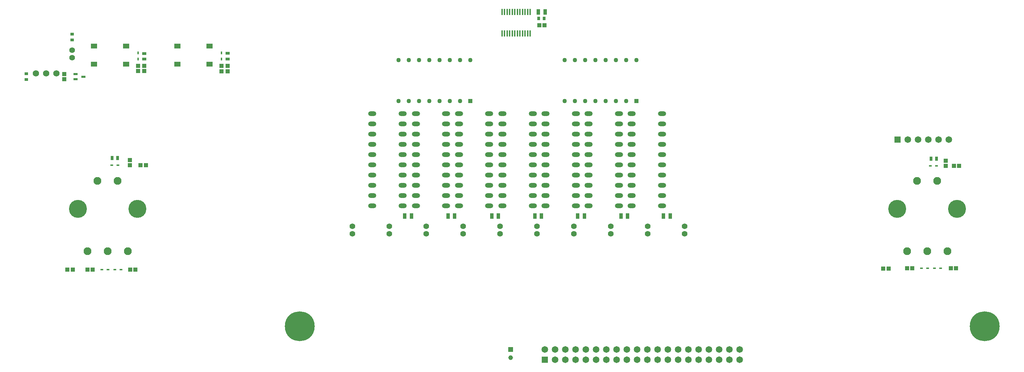
<source format=gbr>
%TF.GenerationSoftware,KiCad,Pcbnew,8.0.8*%
%TF.CreationDate,2025-05-17T22:16:50-04:00*%
%TF.ProjectId,control board,636f6e74-726f-46c2-9062-6f6172642e6b,rev?*%
%TF.SameCoordinates,Original*%
%TF.FileFunction,Soldermask,Bot*%
%TF.FilePolarity,Negative*%
%FSLAX46Y46*%
G04 Gerber Fmt 4.6, Leading zero omitted, Abs format (unit mm)*
G04 Created by KiCad (PCBNEW 8.0.8) date 2025-05-17 22:16:50*
%MOMM*%
%LPD*%
G01*
G04 APERTURE LIST*
%ADD10R,0.900000X0.650000*%
%ADD11R,1.000000X0.500000*%
%ADD12C,1.416000*%
%ADD13C,4.100000*%
%ADD14C,7.400000*%
%ADD15R,1.650000X1.650000*%
%ADD16C,1.650000*%
%ADD17R,1.150000X1.150000*%
%ADD18C,1.150000*%
%ADD19R,1.100000X1.000000*%
%ADD20R,1.000000X1.100000*%
%ADD21R,0.420000X0.640000*%
%ADD22O,2.000000X1.200000*%
%ADD23R,0.970000X1.470000*%
%ADD24R,1.100000X1.100000*%
%ADD25C,1.100000*%
%ADD26C,1.950000*%
%ADD27C,4.460000*%
%ADD28R,0.640000X0.420000*%
%ADD29R,0.435000X1.500000*%
%ADD30R,0.980000X0.780000*%
%ADD31R,1.550000X1.300000*%
%ADD32R,0.940000X0.750000*%
%ADD33C,1.560000*%
%ADD34R,0.750000X0.940000*%
%ADD35R,0.780000X0.980000*%
G04 APERTURE END LIST*
D10*
%TO.C,R17*%
X321462800Y-210335400D03*
X321462800Y-211785400D03*
%TD*%
D11*
%TO.C,Q1*%
X322291600Y-221528600D03*
X322291600Y-220228600D03*
X324291600Y-220878600D03*
%TD*%
D12*
%TO.C,LED12*%
X321437400Y-216179600D03*
X321437400Y-214350800D03*
%TD*%
D13*
%TO.C,H6*%
X547497400Y-282816500D03*
D14*
X547497400Y-282816500D03*
%TD*%
D13*
%TO.C,H5*%
X377825400Y-282841900D03*
D14*
X377825400Y-282841900D03*
%TD*%
D15*
%TO.C,J10*%
X438531400Y-291129400D03*
D16*
X438531400Y-288589400D03*
X441071400Y-291129400D03*
X441071400Y-288589400D03*
X443611400Y-291129400D03*
X443611400Y-288589400D03*
X446151400Y-291129400D03*
X446151400Y-288589400D03*
X448691400Y-291129400D03*
X448691400Y-288589400D03*
X451231400Y-291129400D03*
X451231400Y-288589400D03*
X453771400Y-291129400D03*
X453771400Y-288589400D03*
X456311400Y-291129400D03*
X456311400Y-288589400D03*
X458851400Y-291129400D03*
X458851400Y-288589400D03*
X461391400Y-291129400D03*
X461391400Y-288589400D03*
X463931400Y-291129400D03*
X463931400Y-288589400D03*
X466471400Y-291129400D03*
X466471400Y-288589400D03*
X469011400Y-291129400D03*
X469011400Y-288589400D03*
X471551400Y-291129400D03*
X471551400Y-288589400D03*
X474091400Y-291129400D03*
X474091400Y-288589400D03*
X476631400Y-291129400D03*
X476631400Y-288589400D03*
X479171400Y-291129400D03*
X479171400Y-288589400D03*
X481711400Y-291129400D03*
X481711400Y-288589400D03*
X484251400Y-291129400D03*
X484251400Y-288589400D03*
X486791400Y-291129400D03*
X486791400Y-288589400D03*
%TD*%
D15*
%TO.C,J2*%
X525951400Y-236512300D03*
D16*
X528491400Y-236512300D03*
X531031400Y-236512300D03*
X533571400Y-236512300D03*
X536111400Y-236512300D03*
X538651400Y-236512300D03*
%TD*%
D17*
%TO.C,C1*%
X430078000Y-288556900D03*
D18*
X430078000Y-290556900D03*
%TD*%
D19*
%TO.C,R122*%
X321613400Y-268774800D03*
X320313400Y-268774800D03*
%TD*%
D12*
%TO.C,LED3*%
X409169000Y-258013400D03*
X409169000Y-259842200D03*
%TD*%
D20*
%TO.C,R6*%
X339357200Y-218170600D03*
X339357200Y-219470600D03*
%TD*%
D21*
%TO.C,D2*%
X337833200Y-216522600D03*
X337833200Y-215022600D03*
%TD*%
D22*
%TO.C,U8*%
X428065000Y-252958800D03*
X428065000Y-250418800D03*
X428065000Y-247878800D03*
X428065000Y-245338800D03*
X428065000Y-242798800D03*
X428065000Y-240258800D03*
X428065000Y-237718800D03*
X428065000Y-235178800D03*
X428065000Y-232638800D03*
X428065000Y-230098800D03*
X435585000Y-230098800D03*
X435585000Y-232638800D03*
X435585000Y-235178800D03*
X435585000Y-237718800D03*
X435585000Y-240258800D03*
X435585000Y-242798800D03*
X435585000Y-245338800D03*
X435585000Y-247878800D03*
X435585000Y-250418800D03*
X435585000Y-252958800D03*
%TD*%
D23*
%TO.C,C37*%
X427076000Y-255498800D03*
X425416000Y-255498800D03*
%TD*%
D24*
%TO.C,DS2*%
X461239000Y-226923800D03*
D25*
X458699000Y-226923800D03*
X456159000Y-226923800D03*
X453619000Y-226923800D03*
X451079000Y-226923800D03*
X448539000Y-226923800D03*
X445999000Y-226923800D03*
X443459000Y-226923800D03*
X443459000Y-216763800D03*
X445999000Y-216763800D03*
X448539000Y-216763800D03*
X451079000Y-216763800D03*
X453619000Y-216763800D03*
X456159000Y-216763800D03*
X458699000Y-216763800D03*
X461239000Y-216763800D03*
%TD*%
D24*
%TO.C,DS1*%
X420091000Y-226923800D03*
D25*
X417551000Y-226923800D03*
X415011000Y-226923800D03*
X412471000Y-226923800D03*
X409931000Y-226923800D03*
X407391000Y-226923800D03*
X404851000Y-226923800D03*
X402311000Y-226923800D03*
X402311000Y-216763800D03*
X404851000Y-216763800D03*
X407391000Y-216763800D03*
X409931000Y-216763800D03*
X412471000Y-216763800D03*
X415011000Y-216763800D03*
X417551000Y-216763800D03*
X420091000Y-216763800D03*
%TD*%
D26*
%TO.C,U2*%
X335259800Y-264220800D03*
X330259800Y-264220800D03*
X325259800Y-264220800D03*
X332759800Y-246720800D03*
X327759800Y-246720800D03*
D27*
X337659800Y-253720800D03*
X322859800Y-253720800D03*
%TD*%
D20*
%TO.C,R5*%
X337833200Y-218170600D03*
X337833200Y-219470600D03*
%TD*%
%TO.C,R8*%
X360020200Y-218246600D03*
X360020200Y-219546600D03*
%TD*%
D23*
%TO.C,C26*%
X469621000Y-255498800D03*
X467961000Y-255498800D03*
%TD*%
D26*
%TO.C,U1*%
X538273400Y-264216300D03*
X533273400Y-264216300D03*
X528273400Y-264216300D03*
X535773400Y-246716300D03*
X530773400Y-246716300D03*
D27*
X540673400Y-253716300D03*
X525873400Y-253716300D03*
%TD*%
D28*
%TO.C,D7*%
X536597400Y-268448300D03*
X535097400Y-268448300D03*
%TD*%
D29*
%TO.C,IC17*%
X434949000Y-210192800D03*
X434315000Y-210192800D03*
X433679000Y-210192800D03*
X433045000Y-210192800D03*
X432409000Y-210192800D03*
X431775000Y-210192800D03*
X431139000Y-210192800D03*
X430505000Y-210192800D03*
X429869000Y-210192800D03*
X429235000Y-210192800D03*
X428599000Y-210192800D03*
X427965000Y-210192800D03*
X427965000Y-204792800D03*
X428599000Y-204792800D03*
X429235000Y-204792800D03*
X429869000Y-204792800D03*
X430505000Y-204792800D03*
X431139000Y-204792800D03*
X431775000Y-204792800D03*
X432409000Y-204792800D03*
X433045000Y-204792800D03*
X433679000Y-204792800D03*
X434315000Y-204792800D03*
X434949000Y-204792800D03*
%TD*%
D22*
%TO.C,U6*%
X438733000Y-252958800D03*
X438733000Y-250418800D03*
X438733000Y-247878800D03*
X438733000Y-245338800D03*
X438733000Y-242798800D03*
X438733000Y-240258800D03*
X438733000Y-237718800D03*
X438733000Y-235178800D03*
X438733000Y-232638800D03*
X438733000Y-230098800D03*
X446253000Y-230098800D03*
X446253000Y-232638800D03*
X446253000Y-235178800D03*
X446253000Y-237718800D03*
X446253000Y-240258800D03*
X446253000Y-242798800D03*
X446253000Y-245338800D03*
X446253000Y-247878800D03*
X446253000Y-250418800D03*
X446253000Y-252958800D03*
%TD*%
%TO.C,U9*%
X417273000Y-252958800D03*
X417273000Y-250418800D03*
X417273000Y-247878800D03*
X417273000Y-245338800D03*
X417273000Y-242798800D03*
X417273000Y-240258800D03*
X417273000Y-237718800D03*
X417273000Y-235178800D03*
X417273000Y-232638800D03*
X417273000Y-230098800D03*
X424793000Y-230098800D03*
X424793000Y-232638800D03*
X424793000Y-235178800D03*
X424793000Y-237718800D03*
X424793000Y-240258800D03*
X424793000Y-242798800D03*
X424793000Y-245338800D03*
X424793000Y-247878800D03*
X424793000Y-250418800D03*
X424793000Y-252958800D03*
%TD*%
D30*
%TO.C,C10*%
X339357200Y-215134600D03*
X339357200Y-216534600D03*
%TD*%
D12*
%TO.C,LED8*%
X445757700Y-258026100D03*
X445757700Y-259854900D03*
%TD*%
D20*
%TO.C,R212*%
X319502600Y-220228600D03*
X319502600Y-221528600D03*
%TD*%
D19*
%TO.C,R14*%
X337147800Y-268792800D03*
X335847800Y-268792800D03*
%TD*%
%TO.C,R10*%
X540419400Y-268448300D03*
X539119400Y-268448300D03*
%TD*%
D23*
%TO.C,C39*%
X405495000Y-255498800D03*
X403835000Y-255498800D03*
%TD*%
%TO.C,C36*%
X437744000Y-255498800D03*
X436084000Y-255498800D03*
%TD*%
D19*
%TO.C,R30*%
X438507000Y-208160800D03*
X437207000Y-208160800D03*
%TD*%
D12*
%TO.C,LED1*%
X390881000Y-258013400D03*
X390881000Y-259842200D03*
%TD*%
D20*
%TO.C,R7*%
X358496200Y-218246600D03*
X358496200Y-219546600D03*
%TD*%
D12*
%TO.C,LED10*%
X464033000Y-258013400D03*
X464033000Y-259842200D03*
%TD*%
D20*
%TO.C,R15*%
X335759800Y-242866800D03*
X335759800Y-241566800D03*
%TD*%
D28*
%TO.C,D8*%
X531874700Y-268448300D03*
X533374700Y-268448300D03*
%TD*%
D31*
%TO.C,S1*%
X334861200Y-213279800D03*
X334861200Y-217779800D03*
X326911200Y-213279800D03*
X326911200Y-217779800D03*
%TD*%
D32*
%TO.C,C15*%
X310104600Y-221578600D03*
X310104600Y-220178600D03*
%TD*%
D19*
%TO.C,R9*%
X541211400Y-243048300D03*
X539911400Y-243048300D03*
%TD*%
%TO.C,R16*%
X326539400Y-268792800D03*
X325239400Y-268792800D03*
%TD*%
D23*
%TO.C,C43*%
X416222000Y-255498800D03*
X414562000Y-255498800D03*
%TD*%
D28*
%TO.C,D6*%
X535581400Y-243048300D03*
X534081400Y-243048300D03*
%TD*%
D12*
%TO.C,LED2*%
X400050400Y-258013400D03*
X400050400Y-259842200D03*
%TD*%
D28*
%TO.C,D11*%
X328837400Y-268792800D03*
X330337400Y-268792800D03*
%TD*%
D22*
%TO.C,U3*%
X460069000Y-252958800D03*
X460069000Y-250418800D03*
X460069000Y-247878800D03*
X460069000Y-245338800D03*
X460069000Y-242798800D03*
X460069000Y-240258800D03*
X460069000Y-237718800D03*
X460069000Y-235178800D03*
X460069000Y-232638800D03*
X460069000Y-230098800D03*
X467589000Y-230098800D03*
X467589000Y-232638800D03*
X467589000Y-235178800D03*
X467589000Y-237718800D03*
X467589000Y-240258800D03*
X467589000Y-242798800D03*
X467589000Y-245338800D03*
X467589000Y-247878800D03*
X467589000Y-250418800D03*
X467589000Y-252958800D03*
%TD*%
D12*
%TO.C,LED9*%
X454889000Y-258013400D03*
X454889000Y-259842200D03*
%TD*%
%TO.C,LED7*%
X436626400Y-258013400D03*
X436626400Y-259842200D03*
%TD*%
D23*
%TO.C,C46*%
X438633000Y-204792800D03*
X436973000Y-204792800D03*
%TD*%
D33*
%TO.C,IC2*%
X317531100Y-220105200D03*
X314991100Y-220105200D03*
X312451100Y-220105200D03*
%TD*%
D23*
%TO.C,C30*%
X448353000Y-255498800D03*
X446693000Y-255498800D03*
%TD*%
D21*
%TO.C,D4*%
X358496200Y-216486600D03*
X358496200Y-214986600D03*
%TD*%
D34*
%TO.C,C45*%
X438398000Y-206460800D03*
X436998000Y-206460800D03*
%TD*%
D20*
%TO.C,R11*%
X537879400Y-243048300D03*
X537879400Y-241748300D03*
%TD*%
D28*
%TO.C,D10*%
X333549800Y-268792800D03*
X332049800Y-268792800D03*
%TD*%
D30*
%TO.C,C12*%
X360020200Y-215098600D03*
X360020200Y-216498600D03*
%TD*%
D12*
%TO.C,LED11*%
X473202400Y-258013400D03*
X473202400Y-259842200D03*
%TD*%
%TO.C,LED6*%
X427482400Y-258013400D03*
X427482400Y-259842200D03*
%TD*%
D35*
%TO.C,C14*%
X534193400Y-241270300D03*
X535593400Y-241270300D03*
%TD*%
D31*
%TO.C,S2*%
X355524200Y-213268600D03*
X355524200Y-217768600D03*
X347574200Y-213268600D03*
X347574200Y-217768600D03*
%TD*%
D12*
%TO.C,LED4*%
X418338400Y-258013400D03*
X418338400Y-259842200D03*
%TD*%
D22*
%TO.C,U10*%
X406605000Y-252958800D03*
X406605000Y-250418800D03*
X406605000Y-247878800D03*
X406605000Y-245338800D03*
X406605000Y-242798800D03*
X406605000Y-240258800D03*
X406605000Y-237718800D03*
X406605000Y-235178800D03*
X406605000Y-232638800D03*
X406605000Y-230098800D03*
X414125000Y-230098800D03*
X414125000Y-232638800D03*
X414125000Y-235178800D03*
X414125000Y-237718800D03*
X414125000Y-240258800D03*
X414125000Y-242798800D03*
X414125000Y-245338800D03*
X414125000Y-247878800D03*
X414125000Y-250418800D03*
X414125000Y-252958800D03*
%TD*%
D28*
%TO.C,D9*%
X332799800Y-242866800D03*
X331299800Y-242866800D03*
%TD*%
D19*
%TO.C,R13*%
X339711800Y-242848800D03*
X338411800Y-242848800D03*
%TD*%
%TO.C,R121*%
X523712600Y-268516300D03*
X522412600Y-268516300D03*
%TD*%
%TO.C,R12*%
X529594700Y-268448300D03*
X528294700Y-268448300D03*
%TD*%
D22*
%TO.C,U4*%
X449401000Y-252958800D03*
X449401000Y-250418800D03*
X449401000Y-247878800D03*
X449401000Y-245338800D03*
X449401000Y-242798800D03*
X449401000Y-240258800D03*
X449401000Y-237718800D03*
X449401000Y-235178800D03*
X449401000Y-232638800D03*
X449401000Y-230098800D03*
X456921000Y-230098800D03*
X456921000Y-232638800D03*
X456921000Y-235178800D03*
X456921000Y-237718800D03*
X456921000Y-240258800D03*
X456921000Y-242798800D03*
X456921000Y-245338800D03*
X456921000Y-247878800D03*
X456921000Y-250418800D03*
X456921000Y-252958800D03*
%TD*%
D23*
%TO.C,C29*%
X459080000Y-255498800D03*
X457420000Y-255498800D03*
%TD*%
D22*
%TO.C,U7*%
X395807000Y-252958800D03*
X395807000Y-250418800D03*
X395807000Y-247878800D03*
X395807000Y-245338800D03*
X395807000Y-242798800D03*
X395807000Y-240258800D03*
X395807000Y-237718800D03*
X395807000Y-235178800D03*
X395807000Y-232638800D03*
X395807000Y-230098800D03*
X403327000Y-230098800D03*
X403327000Y-232638800D03*
X403327000Y-235178800D03*
X403327000Y-237718800D03*
X403327000Y-240258800D03*
X403327000Y-242798800D03*
X403327000Y-245338800D03*
X403327000Y-247878800D03*
X403327000Y-250418800D03*
X403327000Y-252958800D03*
%TD*%
D35*
%TO.C,C16*%
X331361800Y-241088800D03*
X332761800Y-241088800D03*
%TD*%
M02*

</source>
